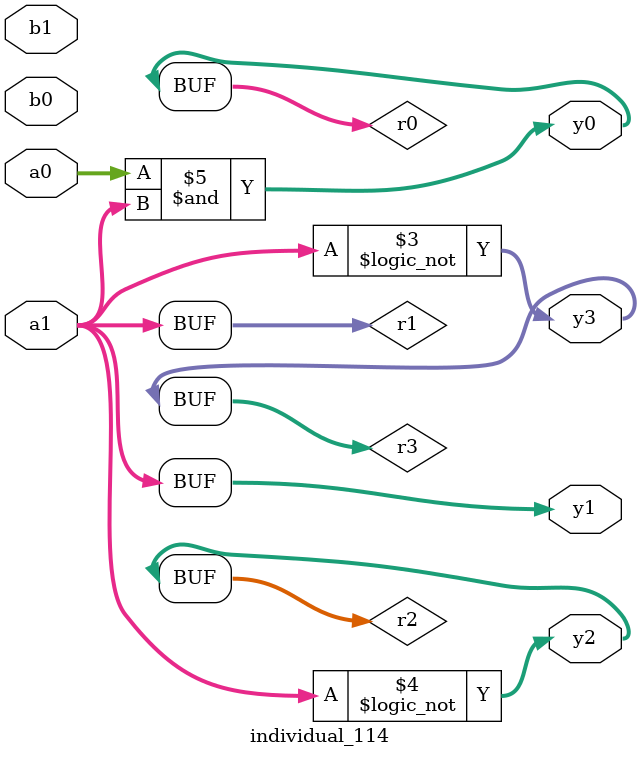
<source format=sv>
module individual_114(input logic [15:0] a1, input logic [15:0] a0, input logic [15:0] b1, input logic [15:0] b0, output logic [15:0] y3, output logic [15:0] y2, output logic [15:0] y1, output logic [15:0] y0);
logic [15:0] r0, r1, r2, r3; 
 always@(*) begin 
	 r0 = a0; r1 = a1; r2 = b0; r3 = b1; 
 	 r3 = ! r0 ;
 	 r3 = ! r1 ;
 	 r2 = ! a1 ;
 	 r0  &=  a1 ;
 	 y3 = r3; y2 = r2; y1 = r1; y0 = r0; 
end
endmodule
</source>
